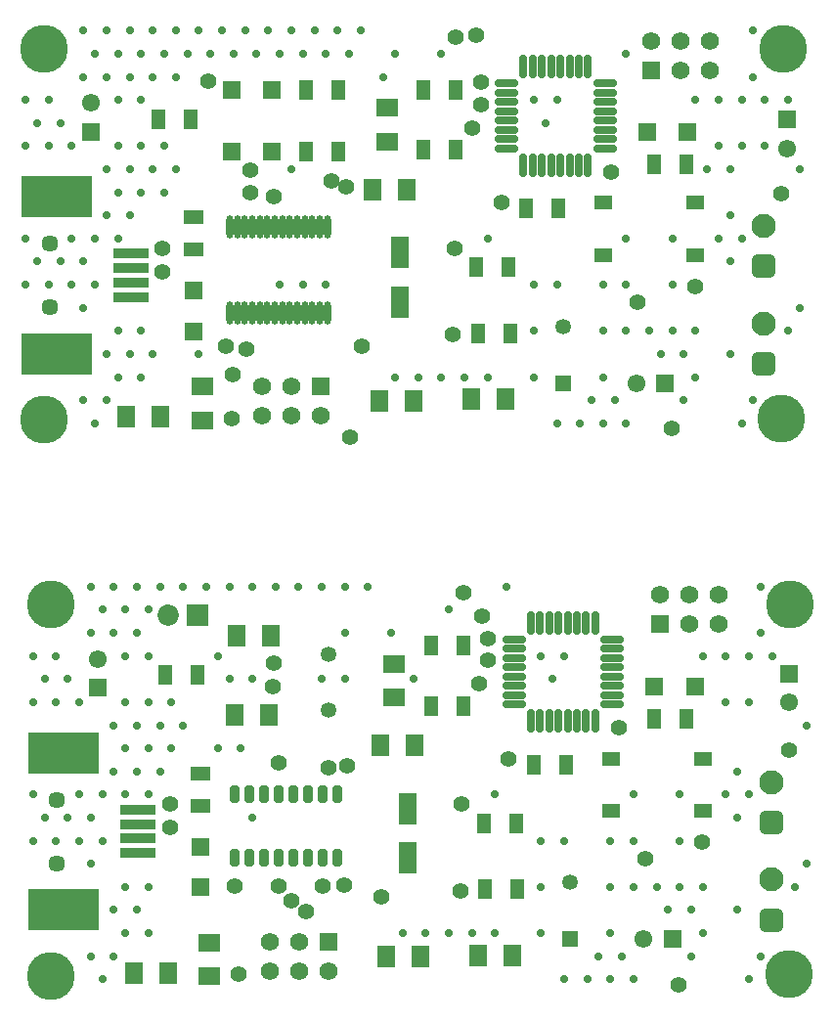
<source format=gts>
G04*
G04 #@! TF.GenerationSoftware,Altium Limited,Altium Designer,23.10.1 (27)*
G04*
G04 Layer_Color=8388736*
%FSLAX44Y44*%
%MOMM*%
G71*
G04*
G04 #@! TF.SameCoordinates,3B84DC82-68C0-41DF-859C-FDBE0299760B*
G04*
G04*
G04 #@! TF.FilePolarity,Negative*
G04*
G01*
G75*
%ADD10R,1.5000X1.5000*%
%ADD11R,1.2557X1.7582*%
%ADD12R,1.5057X1.8582*%
%ADD14R,1.5000X1.5000*%
%ADD15R,1.8582X1.5057*%
%ADD18R,1.7582X1.2557*%
%ADD19R,1.5500X1.3000*%
%ADD22R,1.6000X2.8000*%
%ADD25C,1.5700*%
%ADD26R,1.5700X1.5700*%
%ADD33R,1.5500X1.5500*%
%ADD34C,1.5500*%
%ADD35R,1.5500X1.5500*%
G04:AMPARAMS|DCode=45|XSize=1.46mm|YSize=0.77mm|CornerRadius=0.1525mm|HoleSize=0mm|Usage=FLASHONLY|Rotation=90.000|XOffset=0mm|YOffset=0mm|HoleType=Round|Shape=RoundedRectangle|*
%AMROUNDEDRECTD45*
21,1,1.4600,0.4650,0,0,90.0*
21,1,1.1550,0.7700,0,0,90.0*
1,1,0.3050,0.2325,0.5775*
1,1,0.3050,0.2325,-0.5775*
1,1,0.3050,-0.2325,-0.5775*
1,1,0.3050,-0.2325,0.5775*
%
%ADD45ROUNDEDRECTD45*%
%ADD46R,3.1500X0.8500*%
%ADD47R,6.1900X3.5500*%
%ADD48O,0.7500X2.1000*%
%ADD49O,2.1000X0.7500*%
%ADD50O,0.6000X2.0000*%
%ADD51R,1.8500X1.8500*%
%ADD52C,1.8500*%
%ADD53C,1.3500*%
%ADD54C,1.4500*%
%ADD55C,2.1000*%
G04:AMPARAMS|DCode=56|XSize=2.1mm|YSize=2.1mm|CornerRadius=0.5625mm|HoleSize=0mm|Usage=FLASHONLY|Rotation=90.000|XOffset=0mm|YOffset=0mm|HoleType=Round|Shape=RoundedRectangle|*
%AMROUNDEDRECTD56*
21,1,2.1000,0.9750,0,0,90.0*
21,1,0.9750,2.1000,0,0,90.0*
1,1,1.1250,0.4875,0.4875*
1,1,1.1250,0.4875,-0.4875*
1,1,1.1250,-0.4875,-0.4875*
1,1,1.1250,-0.4875,0.4875*
%
%ADD56ROUNDEDRECTD56*%
%ADD57R,1.3500X1.3500*%
%ADD58C,4.1500*%
%ADD59C,0.7000*%
%ADD60C,1.4200*%
D10*
X660400Y345440D02*
D03*
X625400D02*
D03*
X654050Y825500D02*
D03*
X619050D02*
D03*
X294360Y808990D02*
D03*
X259360D02*
D03*
X294360Y862330D02*
D03*
X259360D02*
D03*
D11*
X624798Y317500D02*
D03*
X652822D02*
D03*
X229955Y355600D02*
D03*
X201930D02*
D03*
X520658Y278130D02*
D03*
X548682D02*
D03*
X506772Y170180D02*
D03*
X478748D02*
D03*
X505545Y227330D02*
D03*
X477520D02*
D03*
X459782Y328930D02*
D03*
X431758D02*
D03*
X459782Y381000D02*
D03*
X431758D02*
D03*
X624755Y797560D02*
D03*
X652780D02*
D03*
X514308Y759460D02*
D03*
X542332D02*
D03*
X223605Y836930D02*
D03*
X195580D02*
D03*
X500422Y651510D02*
D03*
X472398D02*
D03*
X499195Y708660D02*
D03*
X471170D02*
D03*
X453432Y810260D02*
D03*
X425408D02*
D03*
X453432Y862330D02*
D03*
X425408D02*
D03*
X351832Y808990D02*
D03*
X323808D02*
D03*
X351832Y862330D02*
D03*
X323808D02*
D03*
D12*
X263368Y389890D02*
D03*
X292892D02*
D03*
X262098Y321310D02*
D03*
X291622D02*
D03*
X174468Y97790D02*
D03*
X203992D02*
D03*
X393385Y111760D02*
D03*
X422910D02*
D03*
X387828Y294640D02*
D03*
X417352D02*
D03*
X472918Y113030D02*
D03*
X502442D02*
D03*
X168118Y579120D02*
D03*
X197642D02*
D03*
X387035Y593090D02*
D03*
X416560D02*
D03*
X381478Y775970D02*
D03*
X411002D02*
D03*
X466568Y594360D02*
D03*
X496092D02*
D03*
D14*
X232410Y206730D02*
D03*
Y171730D02*
D03*
X226060Y688060D02*
D03*
Y653060D02*
D03*
D15*
X240030Y94458D02*
D03*
Y123982D02*
D03*
X400050Y335758D02*
D03*
Y365282D02*
D03*
X233680Y575788D02*
D03*
Y605312D02*
D03*
X393700Y817088D02*
D03*
Y846612D02*
D03*
D18*
X232410Y242528D02*
D03*
Y270552D02*
D03*
X226060Y723858D02*
D03*
Y751882D02*
D03*
D19*
X667130Y237850D02*
D03*
X587630D02*
D03*
X667130Y282850D02*
D03*
X587630D02*
D03*
X660780Y719180D02*
D03*
X581280D02*
D03*
X660780Y764180D02*
D03*
X581280D02*
D03*
D22*
X411480Y239940D02*
D03*
Y196940D02*
D03*
X405130Y721270D02*
D03*
Y678270D02*
D03*
D25*
X680720Y425450D02*
D03*
X655320D02*
D03*
X629920D02*
D03*
X680720Y400050D02*
D03*
X655320D02*
D03*
X292100Y99060D02*
D03*
X317500D02*
D03*
X342900D02*
D03*
X292100Y124460D02*
D03*
X317500D02*
D03*
X673100Y904240D02*
D03*
X647700D02*
D03*
X622300D02*
D03*
X673100Y878840D02*
D03*
X647700D02*
D03*
X285750Y580390D02*
D03*
X311150D02*
D03*
X336550D02*
D03*
X285750Y605790D02*
D03*
X311150D02*
D03*
D26*
X629920Y400050D02*
D03*
X342900Y124460D02*
D03*
X622300Y878840D02*
D03*
X336550Y605790D02*
D03*
D33*
X741850Y356670D02*
D03*
X143340Y344370D02*
D03*
X740410Y836530D02*
D03*
X136990Y825700D02*
D03*
D34*
X741850Y331670D02*
D03*
X615950Y127000D02*
D03*
X143340Y369370D02*
D03*
X740410Y811530D02*
D03*
X609600Y608330D02*
D03*
X136990Y850700D02*
D03*
D35*
X640950Y127000D02*
D03*
X634600Y608330D02*
D03*
D45*
X274320Y197290D02*
D03*
X299720Y252290D02*
D03*
X261620Y197290D02*
D03*
X287020D02*
D03*
X299720D02*
D03*
X287020Y252290D02*
D03*
X312420D02*
D03*
X325120D02*
D03*
Y197290D02*
D03*
X350520Y252290D02*
D03*
X312420Y197290D02*
D03*
X337820D02*
D03*
Y252290D02*
D03*
X350520Y197290D02*
D03*
X274320Y252290D02*
D03*
X261620D02*
D03*
D46*
X177950Y226400D02*
D03*
Y213900D02*
D03*
Y238900D02*
D03*
Y201400D02*
D03*
X171600Y707730D02*
D03*
Y695230D02*
D03*
Y720230D02*
D03*
Y682730D02*
D03*
D47*
X113950Y152150D02*
D03*
Y288150D02*
D03*
X107600Y633480D02*
D03*
Y769480D02*
D03*
D48*
X518100Y315640D02*
D03*
X526100D02*
D03*
X534100D02*
D03*
X542100D02*
D03*
X550100D02*
D03*
X558100D02*
D03*
X566100D02*
D03*
X574100D02*
D03*
Y400640D02*
D03*
X566100D02*
D03*
X558100D02*
D03*
X550100D02*
D03*
X542100D02*
D03*
X534100D02*
D03*
X526100D02*
D03*
X518100D02*
D03*
X511750Y796970D02*
D03*
X519750D02*
D03*
X527750D02*
D03*
X535750D02*
D03*
X543750D02*
D03*
X551750D02*
D03*
X559750D02*
D03*
X567750D02*
D03*
Y881970D02*
D03*
X559750D02*
D03*
X551750D02*
D03*
X543750D02*
D03*
X535750D02*
D03*
X527750D02*
D03*
X519750D02*
D03*
X511750D02*
D03*
D49*
X588600Y330140D02*
D03*
Y338140D02*
D03*
Y346140D02*
D03*
Y354140D02*
D03*
Y362140D02*
D03*
Y370140D02*
D03*
Y378140D02*
D03*
Y386140D02*
D03*
X503600D02*
D03*
Y378140D02*
D03*
Y370140D02*
D03*
Y362140D02*
D03*
Y354140D02*
D03*
Y346140D02*
D03*
Y338140D02*
D03*
Y330140D02*
D03*
X582250Y811470D02*
D03*
Y819470D02*
D03*
Y827470D02*
D03*
Y835470D02*
D03*
Y843470D02*
D03*
Y851470D02*
D03*
Y859470D02*
D03*
Y867470D02*
D03*
X497250D02*
D03*
Y859470D02*
D03*
Y851470D02*
D03*
Y843470D02*
D03*
Y835470D02*
D03*
Y827470D02*
D03*
Y819470D02*
D03*
Y811470D02*
D03*
D50*
X341970Y743370D02*
D03*
X335470D02*
D03*
X328970D02*
D03*
X322470D02*
D03*
X315970D02*
D03*
X309470D02*
D03*
X302970D02*
D03*
X296470D02*
D03*
X289970D02*
D03*
X283470D02*
D03*
X276970D02*
D03*
X270470D02*
D03*
X263970D02*
D03*
X257470D02*
D03*
X341970Y668870D02*
D03*
X335470D02*
D03*
X328970D02*
D03*
X322470D02*
D03*
X315970D02*
D03*
X309470D02*
D03*
X302970D02*
D03*
X296470D02*
D03*
X289970D02*
D03*
X283470D02*
D03*
X276970D02*
D03*
X270470D02*
D03*
X263970D02*
D03*
X257470D02*
D03*
D51*
X229870Y407670D02*
D03*
D52*
X204470D02*
D03*
D53*
X342900Y373650D02*
D03*
Y324850D02*
D03*
X552450Y175800D02*
D03*
X546100Y657130D02*
D03*
D54*
X107950Y247650D02*
D03*
Y192650D02*
D03*
X101600Y728980D02*
D03*
Y673980D02*
D03*
D55*
X726440Y262890D02*
D03*
Y178510D02*
D03*
X720090Y744220D02*
D03*
Y659840D02*
D03*
D56*
X726440Y227890D02*
D03*
Y143510D02*
D03*
X720090Y709220D02*
D03*
Y624840D02*
D03*
D57*
X552450Y127000D02*
D03*
X546100Y608330D02*
D03*
D58*
X102870Y95250D02*
D03*
Y416560D02*
D03*
X741680Y96520D02*
D03*
X742950Y416560D02*
D03*
X96520Y576580D02*
D03*
Y897890D02*
D03*
X735330Y577850D02*
D03*
X736600Y897890D02*
D03*
D59*
X757121Y312040D02*
D03*
Y192040D02*
D03*
X747121Y172040D02*
D03*
X717121Y432040D02*
D03*
Y392040D02*
D03*
X727121Y372040D02*
D03*
X717121Y112040D02*
D03*
X707121Y372040D02*
D03*
Y332040D02*
D03*
X697121Y272040D02*
D03*
X707121Y252040D02*
D03*
X697121Y232040D02*
D03*
Y152040D02*
D03*
X707121Y92040D02*
D03*
X687121Y372040D02*
D03*
Y332040D02*
D03*
Y252040D02*
D03*
X667121Y372040D02*
D03*
Y172040D02*
D03*
X657121Y152040D02*
D03*
X667121Y132040D02*
D03*
X657121Y112040D02*
D03*
X647120Y252040D02*
D03*
Y212040D02*
D03*
Y172040D02*
D03*
X637120Y152040D02*
D03*
X627120Y172040D02*
D03*
X607120Y252040D02*
D03*
Y212040D02*
D03*
Y172040D02*
D03*
X597120Y112040D02*
D03*
X607120Y92040D02*
D03*
X587120Y212040D02*
D03*
Y172040D02*
D03*
Y132040D02*
D03*
X577120Y112040D02*
D03*
X587120Y92040D02*
D03*
X567120D02*
D03*
X547120Y372040D02*
D03*
X537120Y352040D02*
D03*
X547120Y212040D02*
D03*
Y92040D02*
D03*
X527120Y372040D02*
D03*
Y212040D02*
D03*
Y172040D02*
D03*
Y132040D02*
D03*
X497120Y432040D02*
D03*
X487120Y252040D02*
D03*
Y132040D02*
D03*
X467120D02*
D03*
X447120Y412040D02*
D03*
Y132040D02*
D03*
X417120Y352040D02*
D03*
X427120Y132040D02*
D03*
X397120Y392040D02*
D03*
X407120Y132040D02*
D03*
X377120Y432040D02*
D03*
X357120D02*
D03*
Y392040D02*
D03*
Y352040D02*
D03*
X337120Y432040D02*
D03*
Y352040D02*
D03*
X317120Y432040D02*
D03*
X297120D02*
D03*
X277120D02*
D03*
Y352040D02*
D03*
Y232040D02*
D03*
X257120Y432040D02*
D03*
Y352040D02*
D03*
X267120Y292040D02*
D03*
X237120Y432040D02*
D03*
X247120Y372040D02*
D03*
Y292040D02*
D03*
X217120Y432040D02*
D03*
Y312040D02*
D03*
X197120Y432040D02*
D03*
X207120Y332040D02*
D03*
X197120Y312040D02*
D03*
X207120Y292040D02*
D03*
X197120Y272040D02*
D03*
X177120Y432040D02*
D03*
X187120Y412040D02*
D03*
X177120Y392040D02*
D03*
X187120Y372040D02*
D03*
Y332040D02*
D03*
X177120Y312040D02*
D03*
X187120Y292040D02*
D03*
X177120Y272040D02*
D03*
X187120Y252040D02*
D03*
Y172040D02*
D03*
X177120Y152040D02*
D03*
X187120Y132040D02*
D03*
X157120Y432040D02*
D03*
X167120Y412040D02*
D03*
X157120Y392040D02*
D03*
X167120Y372040D02*
D03*
Y332040D02*
D03*
X157120Y312040D02*
D03*
X167120Y292040D02*
D03*
X157120Y272040D02*
D03*
X167120Y252040D02*
D03*
Y172040D02*
D03*
X157120Y152040D02*
D03*
X167120Y132040D02*
D03*
X157120Y112040D02*
D03*
X137120Y432040D02*
D03*
X147120Y412040D02*
D03*
X137120Y392040D02*
D03*
X147120Y252040D02*
D03*
X137120Y232040D02*
D03*
X147120Y212040D02*
D03*
X137120Y192040D02*
D03*
Y112040D02*
D03*
X147120Y92040D02*
D03*
X117120Y352040D02*
D03*
X127120Y332040D02*
D03*
Y252040D02*
D03*
X117120Y232040D02*
D03*
X127120Y212040D02*
D03*
X107120Y372040D02*
D03*
X97120Y352040D02*
D03*
X107120Y332040D02*
D03*
X97120Y232040D02*
D03*
X107120Y212040D02*
D03*
X87120Y372040D02*
D03*
Y332040D02*
D03*
Y252040D02*
D03*
Y212040D02*
D03*
X750770Y793370D02*
D03*
Y673370D02*
D03*
X740770Y853370D02*
D03*
Y653370D02*
D03*
X710770Y913370D02*
D03*
Y873370D02*
D03*
X720770Y853370D02*
D03*
Y813370D02*
D03*
X710770Y593370D02*
D03*
X700770Y853370D02*
D03*
Y813370D02*
D03*
X690770Y793370D02*
D03*
Y753370D02*
D03*
X700770Y733370D02*
D03*
X690770Y713370D02*
D03*
Y633370D02*
D03*
X700770Y573370D02*
D03*
X680770Y853370D02*
D03*
Y813370D02*
D03*
X670770Y793370D02*
D03*
X680770Y733370D02*
D03*
X660770Y853370D02*
D03*
Y653370D02*
D03*
X650770Y633370D02*
D03*
X660770Y613370D02*
D03*
X650770Y593370D02*
D03*
X640770Y733370D02*
D03*
Y693370D02*
D03*
Y653370D02*
D03*
X630770Y633370D02*
D03*
X620770Y653370D02*
D03*
X600770Y893370D02*
D03*
Y733370D02*
D03*
Y693370D02*
D03*
Y653370D02*
D03*
X590770Y593370D02*
D03*
X600770Y573370D02*
D03*
X580770Y693370D02*
D03*
Y653370D02*
D03*
Y613370D02*
D03*
X570770Y593370D02*
D03*
X580770Y573370D02*
D03*
X560770D02*
D03*
X540770Y853370D02*
D03*
X530770Y833370D02*
D03*
X540770Y693370D02*
D03*
Y573370D02*
D03*
X520770Y853370D02*
D03*
Y693370D02*
D03*
Y653370D02*
D03*
Y613370D02*
D03*
X480770Y733370D02*
D03*
Y613370D02*
D03*
X460770D02*
D03*
X440770Y893370D02*
D03*
Y613370D02*
D03*
X420770D02*
D03*
X400770Y893370D02*
D03*
X390770Y873370D02*
D03*
X400770Y613370D02*
D03*
X370770Y913370D02*
D03*
X350770D02*
D03*
X360770Y893370D02*
D03*
X330770Y913370D02*
D03*
X340770Y893370D02*
D03*
Y693370D02*
D03*
X310770Y913370D02*
D03*
X320770Y893370D02*
D03*
X310770Y793370D02*
D03*
X320770Y693370D02*
D03*
X290770Y913370D02*
D03*
X300770Y893370D02*
D03*
Y693370D02*
D03*
X270770Y913370D02*
D03*
X280770Y893370D02*
D03*
X250770Y913370D02*
D03*
X260770Y893370D02*
D03*
X230770Y913370D02*
D03*
X240770Y893370D02*
D03*
X230770Y633370D02*
D03*
X210770Y913370D02*
D03*
X220770Y893370D02*
D03*
X210770Y873370D02*
D03*
Y793370D02*
D03*
X190770Y913370D02*
D03*
X200770Y893370D02*
D03*
X190770Y873370D02*
D03*
X200770Y813370D02*
D03*
X190770Y793370D02*
D03*
X200770Y773370D02*
D03*
X190770Y633370D02*
D03*
X170770Y913370D02*
D03*
X180770Y893370D02*
D03*
X170770Y873370D02*
D03*
X180770Y853370D02*
D03*
Y813370D02*
D03*
X170770Y793370D02*
D03*
X180770Y773370D02*
D03*
X170770Y753370D02*
D03*
X180770Y653370D02*
D03*
X170770Y633370D02*
D03*
X180770Y613370D02*
D03*
X150770Y913370D02*
D03*
X160770Y893370D02*
D03*
X150770Y873370D02*
D03*
X160770Y853370D02*
D03*
Y813370D02*
D03*
X150770Y793370D02*
D03*
X160770Y773370D02*
D03*
X150770Y753370D02*
D03*
X160770Y733370D02*
D03*
Y653370D02*
D03*
X150770Y633370D02*
D03*
X160770Y613370D02*
D03*
X150770Y593370D02*
D03*
X130770Y913370D02*
D03*
X140770Y893370D02*
D03*
X130770Y873370D02*
D03*
X140770Y733370D02*
D03*
X130770Y713370D02*
D03*
X140770Y693370D02*
D03*
X130770Y673370D02*
D03*
Y593370D02*
D03*
X140770Y573370D02*
D03*
X110770Y833370D02*
D03*
X120770Y813370D02*
D03*
Y733370D02*
D03*
X110770Y713370D02*
D03*
X120770Y693370D02*
D03*
X100770Y853370D02*
D03*
X90770Y833370D02*
D03*
X100770Y813370D02*
D03*
X90770Y713370D02*
D03*
X100770Y693370D02*
D03*
X80770Y853370D02*
D03*
Y813370D02*
D03*
Y733370D02*
D03*
Y693370D02*
D03*
D60*
X481330Y368300D02*
D03*
Y387350D02*
D03*
X476250Y406400D02*
D03*
X342900Y275590D02*
D03*
X388620Y163830D02*
D03*
X356870Y173990D02*
D03*
X295910Y365760D02*
D03*
X294640Y345440D02*
D03*
X337820Y172720D02*
D03*
X311150Y160020D02*
D03*
X323850Y151130D02*
D03*
X359410Y276860D02*
D03*
X299720Y172720D02*
D03*
X261620D02*
D03*
X299720Y279400D02*
D03*
X265430Y96520D02*
D03*
X741680Y290830D02*
D03*
X646430Y87630D02*
D03*
X594360Y309880D02*
D03*
X459740Y426720D02*
D03*
X457200Y168910D02*
D03*
X499110Y283210D02*
D03*
X458470Y243840D02*
D03*
X666750Y210820D02*
D03*
X617220Y196850D02*
D03*
X473710Y347980D02*
D03*
X205740Y243840D02*
D03*
Y223520D02*
D03*
X471170Y909320D02*
D03*
X735330Y772160D02*
D03*
X275590Y773430D02*
D03*
X295910Y769620D02*
D03*
X358206Y777916D02*
D03*
X345440Y783590D02*
D03*
X275590Y792480D02*
D03*
X271780Y637540D02*
D03*
X254000Y640080D02*
D03*
X260350Y615950D02*
D03*
X361950Y561340D02*
D03*
X372110Y640080D02*
D03*
X259080Y577850D02*
D03*
X640080Y568960D02*
D03*
X588010Y791210D02*
D03*
X453390Y908050D02*
D03*
X450850Y650240D02*
D03*
X492760Y764540D02*
D03*
X452120Y725170D02*
D03*
X660400Y692150D02*
D03*
X474980Y849630D02*
D03*
X610870Y678180D02*
D03*
X467360Y829310D02*
D03*
X474980Y868680D02*
D03*
X238760Y869950D02*
D03*
X199390Y725170D02*
D03*
Y704850D02*
D03*
M02*

</source>
